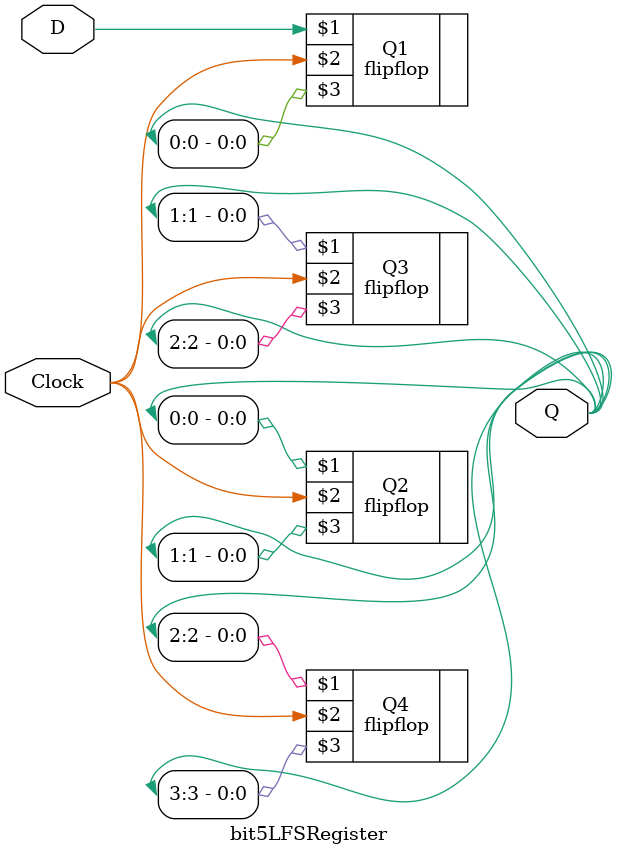
<source format=v>
module bit5LFSRegister(D,Clock,Q);
input D, Clock;
output [0:3]Q;

flipflop Q1 (D,Clock,Q[0]);

flipflop Q2 (Q[0],Clock,Q[1]);

flipflop Q3 (Q[1],Clock,Q[2]);

flipflop Q4 (Q[2],Clock,Q[3]);

endmodule

</source>
